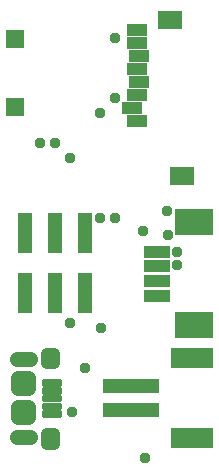
<source format=gbr>
G04 EAGLE Gerber RS-274X export*
G75*
%MOMM*%
%FSLAX34Y34*%
%LPD*%
%INSoldermask Bottom*%
%IPPOS*%
%AMOC8*
5,1,8,0,0,1.08239X$1,22.5*%
G01*
%ADD10R,4.803200X1.203200*%
%ADD11R,3.603200X1.803200*%
%ADD12R,1.703200X1.003200*%
%ADD13R,2.103200X1.603200*%
%ADD14R,1.603200X1.503200*%
%ADD15R,1.203200X3.373200*%
%ADD16R,2.203200X1.003200*%
%ADD17R,3.203200X2.303200*%
%ADD18C,0.404144*%
%ADD19C,0.897791*%
%ADD20C,1.156759*%
%ADD21C,1.270000*%
%ADD22C,0.959600*%


D10*
X-125900Y-225900D03*
X-125900Y-205900D03*
D11*
X-73900Y-249900D03*
X-73900Y-181900D03*
D12*
X-120900Y18950D03*
X-124900Y29950D03*
X-120900Y40950D03*
X-118900Y51950D03*
X-120900Y62950D03*
X-118900Y73950D03*
X-120900Y84950D03*
X-120900Y95950D03*
D13*
X-82900Y-27650D03*
X-92900Y103850D03*
D14*
X-224400Y87850D03*
X-224400Y30850D03*
D15*
X-190500Y-127000D03*
X-190500Y-76200D03*
X-165100Y-76200D03*
X-165100Y-127000D03*
X-215900Y-127000D03*
X-215900Y-76200D03*
D16*
X-103994Y-91994D03*
X-103994Y-104494D03*
X-103994Y-116994D03*
X-103994Y-129494D03*
D17*
X-72744Y-66994D03*
X-72744Y-154494D03*
D18*
X-199496Y-214904D02*
X-199496Y-216896D01*
X-199496Y-214904D02*
X-186504Y-214904D01*
X-186504Y-216896D01*
X-199496Y-216896D01*
X-199496Y-221404D02*
X-199496Y-223396D01*
X-199496Y-221404D02*
X-186504Y-221404D01*
X-186504Y-223396D01*
X-199496Y-223396D01*
X-199496Y-210396D02*
X-199496Y-208404D01*
X-186504Y-208404D01*
X-186504Y-210396D01*
X-199496Y-210396D01*
X-199496Y-203896D02*
X-199496Y-201904D01*
X-186504Y-201904D01*
X-186504Y-203896D01*
X-199496Y-203896D01*
X-199496Y-227904D02*
X-199496Y-229896D01*
X-199496Y-227904D02*
X-186504Y-227904D01*
X-186504Y-229896D01*
X-199496Y-229896D01*
D19*
X-198297Y-254427D02*
X-191243Y-254427D01*
X-198297Y-254427D02*
X-198297Y-245373D01*
X-191243Y-245373D01*
X-191243Y-254427D01*
X-191243Y-245898D02*
X-198297Y-245898D01*
X-198297Y-186427D02*
X-191243Y-186427D01*
X-198297Y-186427D02*
X-198297Y-177373D01*
X-191243Y-177373D01*
X-191243Y-186427D01*
X-191243Y-177898D02*
X-198297Y-177898D01*
D20*
X-212518Y-223168D02*
X-212518Y-232632D01*
X-221982Y-232632D01*
X-221982Y-223168D01*
X-212518Y-223168D01*
X-212518Y-208632D02*
X-212518Y-199168D01*
X-212518Y-208632D02*
X-221982Y-208632D01*
X-221982Y-199168D01*
X-212518Y-199168D01*
D21*
X-211582Y-248920D02*
X-222758Y-248920D01*
X-222758Y-182880D02*
X-211582Y-182880D01*
D22*
X-203200Y0D03*
X-190500Y0D03*
X-152400Y-63500D03*
X-177800Y-12700D03*
X-139700Y88900D03*
X-177800Y-152400D03*
X-95250Y-57150D03*
X-114300Y-266700D03*
X-139700Y-63500D03*
X-152400Y25400D03*
X-94234Y-78232D03*
X-115570Y-74676D03*
X-87122Y-103124D03*
X-139700Y38100D03*
X-87122Y-92456D03*
X-176022Y-227584D03*
X-151130Y-156464D03*
X-165100Y-190500D03*
M02*

</source>
